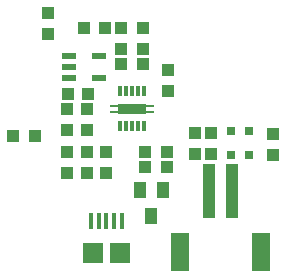
<source format=gtp>
G75*
%MOIN*%
%OFA0B0*%
%FSLAX24Y24*%
%IPPOS*%
%LPD*%
%AMOC8*
5,1,8,0,0,1.08239X$1,22.5*
%
%ADD10R,0.0433X0.0394*%
%ADD11R,0.0117X0.0335*%
%ADD12R,0.0276X0.0110*%
%ADD13R,0.0940X0.0340*%
%ADD14R,0.0394X0.0433*%
%ADD15R,0.0315X0.0315*%
%ADD16R,0.0472X0.0217*%
%ADD17R,0.0157X0.0551*%
%ADD18R,0.0709X0.0709*%
%ADD19R,0.0394X0.0551*%
%ADD20R,0.0394X0.1811*%
%ADD21R,0.0630X0.1260*%
D10*
X001021Y005128D03*
X001729Y005128D03*
X002840Y006528D03*
X003510Y006528D03*
X004621Y007528D03*
X004621Y008028D03*
X004621Y008728D03*
X004079Y008728D03*
X003371Y008728D03*
X005329Y008728D03*
X005329Y008028D03*
X005329Y007528D03*
X005421Y004578D03*
X005421Y004078D03*
X006129Y004078D03*
X006129Y004578D03*
D11*
X005369Y005447D03*
X005172Y005447D03*
X004975Y005447D03*
X004778Y005447D03*
X004581Y005447D03*
X004581Y006608D03*
X004778Y006608D03*
X004975Y006608D03*
X005172Y006608D03*
X005369Y006608D03*
D12*
X005566Y006126D03*
X005566Y005929D03*
X004384Y005929D03*
X004384Y006126D03*
D13*
X004975Y006028D03*
D14*
X006175Y006623D03*
X006175Y007332D03*
X007075Y005212D03*
X007625Y005212D03*
X007625Y004503D03*
X007075Y004503D03*
X009675Y004473D03*
X009675Y005182D03*
X004125Y004582D03*
X003475Y004582D03*
X002825Y004582D03*
X002825Y003873D03*
X003475Y003873D03*
X004125Y003873D03*
X003475Y005323D03*
X002825Y005323D03*
X002825Y006032D03*
X003475Y006032D03*
X002175Y008523D03*
X002175Y009232D03*
D15*
X008280Y005288D03*
X008870Y005288D03*
X008870Y004478D03*
X008280Y004478D03*
D16*
X003887Y007054D03*
X003887Y007802D03*
X002863Y007802D03*
X002863Y007428D03*
X002863Y007054D03*
D17*
X003613Y002271D03*
X003869Y002271D03*
X004125Y002271D03*
X004381Y002271D03*
X004637Y002271D03*
D18*
X004578Y001228D03*
X003672Y001228D03*
D19*
X005625Y002444D03*
X005251Y003311D03*
X005999Y003311D03*
D20*
X007531Y003284D03*
X008319Y003284D03*
D21*
X009264Y001237D03*
X006586Y001237D03*
M02*

</source>
